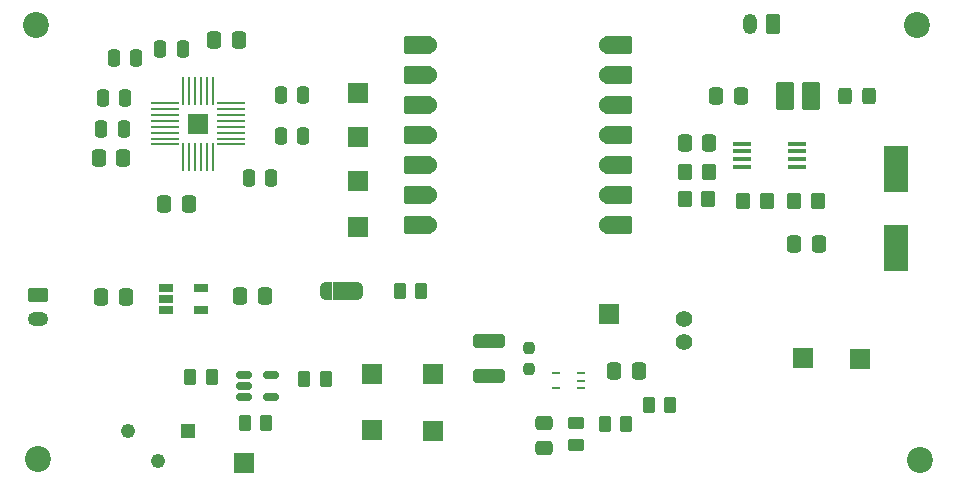
<source format=gbr>
%TF.GenerationSoftware,KiCad,Pcbnew,9.0.1-rc1*%
%TF.CreationDate,2025-04-01T12:09:21-07:00*%
%TF.ProjectId,ECE_442_PCB,4543455f-3434-4325-9f50-43422e6b6963,rev?*%
%TF.SameCoordinates,Original*%
%TF.FileFunction,Soldermask,Top*%
%TF.FilePolarity,Negative*%
%FSLAX46Y46*%
G04 Gerber Fmt 4.6, Leading zero omitted, Abs format (unit mm)*
G04 Created by KiCad (PCBNEW 9.0.1-rc1) date 2025-04-01 12:09:21*
%MOMM*%
%LPD*%
G01*
G04 APERTURE LIST*
G04 Aperture macros list*
%AMRoundRect*
0 Rectangle with rounded corners*
0 $1 Rounding radius*
0 $2 $3 $4 $5 $6 $7 $8 $9 X,Y pos of 4 corners*
0 Add a 4 corners polygon primitive as box body*
4,1,4,$2,$3,$4,$5,$6,$7,$8,$9,$2,$3,0*
0 Add four circle primitives for the rounded corners*
1,1,$1+$1,$2,$3*
1,1,$1+$1,$4,$5*
1,1,$1+$1,$6,$7*
1,1,$1+$1,$8,$9*
0 Add four rect primitives between the rounded corners*
20,1,$1+$1,$2,$3,$4,$5,0*
20,1,$1+$1,$4,$5,$6,$7,0*
20,1,$1+$1,$6,$7,$8,$9,0*
20,1,$1+$1,$8,$9,$2,$3,0*%
%AMFreePoly0*
4,1,23,0.550000,-0.750000,0.000000,-0.750000,0.000000,-0.745722,-0.065263,-0.745722,-0.191342,-0.711940,-0.304381,-0.646677,-0.396677,-0.554381,-0.461940,-0.441342,-0.495722,-0.315263,-0.495722,-0.250000,-0.500000,-0.250000,-0.500000,0.250000,-0.495722,0.250000,-0.495722,0.315263,-0.461940,0.441342,-0.396677,0.554381,-0.304381,0.646677,-0.191342,0.711940,-0.065263,0.745722,0.000000,0.745722,
0.000000,0.750000,0.550000,0.750000,0.550000,-0.750000,0.550000,-0.750000,$1*%
%AMFreePoly1*
4,1,23,0.000000,0.745722,0.065263,0.745722,0.191342,0.711940,0.304381,0.646677,0.396677,0.554381,0.461940,0.441342,0.495722,0.315263,0.495722,0.250000,0.500000,0.250000,0.500000,-0.250000,0.495722,-0.250000,0.495722,-0.315263,0.461940,-0.441342,0.396677,-0.554381,0.304381,-0.646677,0.191342,-0.711940,0.065263,-0.745722,0.000000,-0.745722,0.000000,-0.750000,-0.550000,-0.750000,
-0.550000,0.750000,0.000000,0.750000,0.000000,0.745722,0.000000,0.745722,$1*%
G04 Aperture macros list end*
%ADD10O,1.750000X1.200000*%
%ADD11RoundRect,0.250000X-0.625000X0.350000X-0.625000X-0.350000X0.625000X-0.350000X0.625000X0.350000X0*%
%ADD12RoundRect,0.250000X0.337500X0.475000X-0.337500X0.475000X-0.337500X-0.475000X0.337500X-0.475000X0*%
%ADD13RoundRect,0.250000X-0.337500X-0.475000X0.337500X-0.475000X0.337500X0.475000X-0.337500X0.475000X0*%
%ADD14RoundRect,0.250000X-0.250000X-0.475000X0.250000X-0.475000X0.250000X0.475000X-0.250000X0.475000X0*%
%ADD15RoundRect,0.250000X0.475000X-0.337500X0.475000X0.337500X-0.475000X0.337500X-0.475000X-0.337500X0*%
%ADD16R,2.400000X0.240000*%
%ADD17R,0.240000X2.400000*%
%ADD18R,1.680000X1.680000*%
%ADD19R,2.400000X0.250000*%
%ADD20R,1.700000X1.700000*%
%ADD21RoundRect,0.102000X-0.620000X-1.110000X0.620000X-1.110000X0.620000X1.110000X-0.620000X1.110000X0*%
%ADD22C,1.412000*%
%ADD23RoundRect,0.250000X0.350000X0.450000X-0.350000X0.450000X-0.350000X-0.450000X0.350000X-0.450000X0*%
%ADD24RoundRect,0.250000X-0.262500X-0.450000X0.262500X-0.450000X0.262500X0.450000X-0.262500X0.450000X0*%
%ADD25R,0.647700X0.254000*%
%ADD26RoundRect,0.250000X-0.350000X-0.450000X0.350000X-0.450000X0.350000X0.450000X-0.350000X0.450000X0*%
%ADD27RoundRect,0.237500X-0.237500X0.250000X-0.237500X-0.250000X0.237500X-0.250000X0.237500X0.250000X0*%
%ADD28R,1.200000X0.650001*%
%ADD29FreePoly0,180.000000*%
%ADD30R,1.000000X1.500000*%
%ADD31FreePoly1,180.000000*%
%ADD32C,2.200000*%
%ADD33RoundRect,0.250000X0.350000X0.625000X-0.350000X0.625000X-0.350000X-0.625000X0.350000X-0.625000X0*%
%ADD34O,1.200000X1.750000*%
%ADD35RoundRect,0.250000X0.250000X0.475000X-0.250000X0.475000X-0.250000X-0.475000X0.250000X-0.475000X0*%
%ADD36R,1.210000X1.210000*%
%ADD37C,1.210000*%
%ADD38RoundRect,0.250000X0.262500X0.450000X-0.262500X0.450000X-0.262500X-0.450000X0.262500X-0.450000X0*%
%ADD39RoundRect,0.250000X1.100000X-0.325000X1.100000X0.325000X-1.100000X0.325000X-1.100000X-0.325000X0*%
%ADD40RoundRect,0.250000X-0.450000X0.262500X-0.450000X-0.262500X0.450000X-0.262500X0.450000X0.262500X0*%
%ADD41R,1.536700X0.431800*%
%ADD42R,2.150000X4.000000*%
%ADD43RoundRect,0.150000X-0.512500X-0.150000X0.512500X-0.150000X0.512500X0.150000X-0.512500X0.150000X0*%
%ADD44RoundRect,0.152400X1.063600X0.609600X-1.063600X0.609600X-1.063600X-0.609600X1.063600X-0.609600X0*%
%ADD45C,1.524000*%
%ADD46RoundRect,0.152400X-1.063600X-0.609600X1.063600X-0.609600X1.063600X0.609600X-1.063600X0.609600X0*%
%ADD47RoundRect,0.250000X0.325000X0.450000X-0.325000X0.450000X-0.325000X-0.450000X0.325000X-0.450000X0*%
G04 APERTURE END LIST*
%TO.C,JP2*%
G36*
X119850000Y-101250000D02*
G01*
X118350000Y-101250000D01*
X118350000Y-99750000D01*
X119850000Y-99750000D01*
X119850000Y-101250000D01*
G37*
%TD*%
D10*
%TO.C,J9*%
X93350000Y-102850000D03*
D11*
X93350000Y-100850000D03*
%TD*%
D12*
%TO.C,C2*%
X110387500Y-79250000D03*
X108312500Y-79250000D03*
%TD*%
%TO.C,C18*%
X150237500Y-88000000D03*
X148162500Y-88000000D03*
%TD*%
D13*
%TO.C,C20*%
X110512500Y-100900000D03*
X112587500Y-100900000D03*
%TD*%
D12*
%TO.C,C15*%
X152887500Y-84000000D03*
X150812500Y-84000000D03*
%TD*%
D14*
%TO.C,C1*%
X111250000Y-90950000D03*
X113150000Y-90950000D03*
%TD*%
D13*
%TO.C,C17*%
X157412500Y-96550000D03*
X159487500Y-96550000D03*
%TD*%
D15*
%TO.C,C11*%
X136250000Y-113787500D03*
X136250000Y-111712500D03*
%TD*%
D16*
%TO.C,IC1*%
X104150000Y-85100000D03*
X104150000Y-85600000D03*
X104150000Y-86100000D03*
X104150000Y-86600000D03*
X104150000Y-87100000D03*
X104150000Y-87600000D03*
D17*
X105700000Y-89150000D03*
X106200000Y-89150000D03*
X106700000Y-89150000D03*
X107200000Y-89150000D03*
X107700000Y-89150000D03*
X108200000Y-89150000D03*
D16*
X109750000Y-87600000D03*
X109750000Y-87100000D03*
X109750000Y-86600000D03*
X109750000Y-86100000D03*
X109750000Y-85600000D03*
X109750000Y-85100000D03*
D17*
X108200000Y-83550000D03*
X107700000Y-83550000D03*
X107200000Y-83550000D03*
X106700000Y-83550000D03*
X106200000Y-83550000D03*
X105700000Y-83550000D03*
D18*
X106950000Y-86350000D03*
D19*
X104150000Y-84625000D03*
X104150000Y-88075000D03*
X109750000Y-88075000D03*
X109750000Y-84625000D03*
%TD*%
D20*
%TO.C,J12*%
X120500000Y-91200000D03*
%TD*%
D21*
%TO.C,L1*%
X156660000Y-84000000D03*
X158840000Y-84000000D03*
%TD*%
D22*
%TO.C,MK1*%
X148100000Y-104800000D03*
X148100000Y-102900000D03*
%TD*%
D23*
%TO.C,R10*%
X159400000Y-92900000D03*
X157400000Y-92900000D03*
%TD*%
D24*
%TO.C,R8*%
X110887500Y-111700000D03*
X112712500Y-111700000D03*
%TD*%
D20*
%TO.C,J11*%
X120500000Y-87500000D03*
%TD*%
D25*
%TO.C,U2*%
X139322350Y-108749999D03*
X139322350Y-108100000D03*
X139322350Y-107450001D03*
X137277650Y-107450001D03*
X137277650Y-108749999D03*
%TD*%
D26*
%TO.C,R6*%
X153100000Y-92900000D03*
X155100000Y-92900000D03*
%TD*%
D27*
%TO.C,R4*%
X135000000Y-105287500D03*
X135000000Y-107112500D03*
%TD*%
D13*
%TO.C,C10*%
X98525000Y-89200000D03*
X100600000Y-89200000D03*
%TD*%
D20*
%TO.C,J5*%
X158200000Y-106200000D03*
%TD*%
%TO.C,J7*%
X110800000Y-115050000D03*
%TD*%
D28*
%TO.C,U5*%
X104224999Y-100249999D03*
X104224999Y-101200000D03*
X104224999Y-102149998D03*
X107174998Y-102149998D03*
X107174998Y-100249999D03*
%TD*%
D12*
%TO.C,C5*%
X106137500Y-93100000D03*
X104062500Y-93100000D03*
%TD*%
%TO.C,C12*%
X144237500Y-107300000D03*
X142162500Y-107300000D03*
%TD*%
D20*
%TO.C,J6*%
X121650000Y-107500000D03*
%TD*%
D29*
%TO.C,JP2*%
X120400000Y-100500000D03*
D30*
X119100000Y-100500000D03*
D31*
X117800000Y-100500000D03*
%TD*%
D23*
%TO.C,R11*%
X150200000Y-90400000D03*
X148200000Y-90400000D03*
%TD*%
D32*
%TO.C,H1*%
X93200000Y-78000000D03*
%TD*%
%TO.C,H4*%
X168050000Y-114850000D03*
%TD*%
D33*
%TO.C,J8*%
X155650000Y-77900000D03*
D34*
X153650000Y-77900000D03*
%TD*%
D35*
%TO.C,C7*%
X105650000Y-80050000D03*
X103750000Y-80050000D03*
%TD*%
D20*
%TO.C,J2*%
X141700000Y-102450000D03*
%TD*%
D36*
%TO.C,VR1*%
X106095000Y-112320000D03*
D37*
X103555000Y-114860000D03*
X101015000Y-112320000D03*
%TD*%
D38*
%TO.C,R1*%
X143212500Y-111750000D03*
X141387500Y-111750000D03*
%TD*%
%TO.C,R12*%
X125825000Y-100500000D03*
X124000000Y-100500000D03*
%TD*%
D39*
%TO.C,C13*%
X131550000Y-107675000D03*
X131550000Y-104725000D03*
%TD*%
D40*
%TO.C,R2*%
X138900000Y-111687500D03*
X138900000Y-113512500D03*
%TD*%
D41*
%TO.C,U4*%
X153032250Y-88025001D03*
X153032250Y-88674999D03*
X153032250Y-89325001D03*
X153032250Y-89974999D03*
X157667750Y-89974999D03*
X157667750Y-89325001D03*
X157667750Y-88674999D03*
X157667750Y-88025001D03*
%TD*%
D32*
%TO.C,H2*%
X93350000Y-114750000D03*
%TD*%
D24*
%TO.C,R5*%
X106287500Y-107750000D03*
X108112500Y-107750000D03*
%TD*%
D20*
%TO.C,J4*%
X126850000Y-112350000D03*
%TD*%
%TO.C,J3*%
X121650000Y-112300000D03*
%TD*%
D35*
%TO.C,C9*%
X115850000Y-83950000D03*
X113950000Y-83950000D03*
%TD*%
D42*
%TO.C,C19*%
X166050000Y-90200000D03*
X166050000Y-96900000D03*
%TD*%
D32*
%TO.C,H3*%
X167850000Y-77950000D03*
%TD*%
D20*
%TO.C,J1*%
X126800000Y-107550000D03*
%TD*%
%TO.C,J13*%
X120500000Y-95100000D03*
%TD*%
%TO.C,J14*%
X162950000Y-106300000D03*
%TD*%
D12*
%TO.C,C16*%
X100837500Y-101000000D03*
X98762500Y-101000000D03*
%TD*%
D43*
%TO.C,U3*%
X110825000Y-107600000D03*
X110825000Y-108550000D03*
X110825000Y-109500000D03*
X113100000Y-109500000D03*
X113100000Y-107600000D03*
%TD*%
D35*
%TO.C,C8*%
X115850000Y-87400000D03*
X113950000Y-87400000D03*
%TD*%
%TO.C,C6*%
X101700000Y-80750000D03*
X99800000Y-80750000D03*
%TD*%
D38*
%TO.C,R3*%
X146912500Y-110150000D03*
X145087500Y-110150000D03*
%TD*%
D35*
%TO.C,C3*%
X100762500Y-84150000D03*
X98862500Y-84150000D03*
%TD*%
D20*
%TO.C,J10*%
X120500000Y-83700000D03*
%TD*%
D44*
%TO.C,U1*%
X125545000Y-79648500D03*
D45*
X126380000Y-79648500D03*
D44*
X125545000Y-82188500D03*
D45*
X126380000Y-82188500D03*
D44*
X125545000Y-84728500D03*
D45*
X126380000Y-84728500D03*
D44*
X125545000Y-87268500D03*
D45*
X126380000Y-87268500D03*
D44*
X125545000Y-89808500D03*
D45*
X126380000Y-89808500D03*
D44*
X125545000Y-92348500D03*
D45*
X126380000Y-92348500D03*
D44*
X125545000Y-94888500D03*
D45*
X126380000Y-94888500D03*
X141620000Y-94888500D03*
D46*
X142455000Y-94888500D03*
D45*
X141620000Y-92348500D03*
D46*
X142455000Y-92348500D03*
D45*
X141620000Y-89808500D03*
D46*
X142455000Y-89808500D03*
D45*
X141620000Y-87268500D03*
D46*
X142455000Y-87268500D03*
D45*
X141620000Y-84728500D03*
D46*
X142455000Y-84728500D03*
D45*
X141620000Y-82188500D03*
D46*
X142455000Y-82188500D03*
D45*
X141620000Y-79648500D03*
D46*
X142455000Y-79648500D03*
%TD*%
D35*
%TO.C,C4*%
X100662500Y-86750000D03*
X98762500Y-86750000D03*
%TD*%
D47*
%TO.C,D1*%
X163775000Y-84000000D03*
X161725000Y-84000000D03*
%TD*%
D38*
%TO.C,R7*%
X117775000Y-107950000D03*
X115950000Y-107950000D03*
%TD*%
D23*
%TO.C,R9*%
X150150000Y-92750000D03*
X148150000Y-92750000D03*
%TD*%
M02*

</source>
